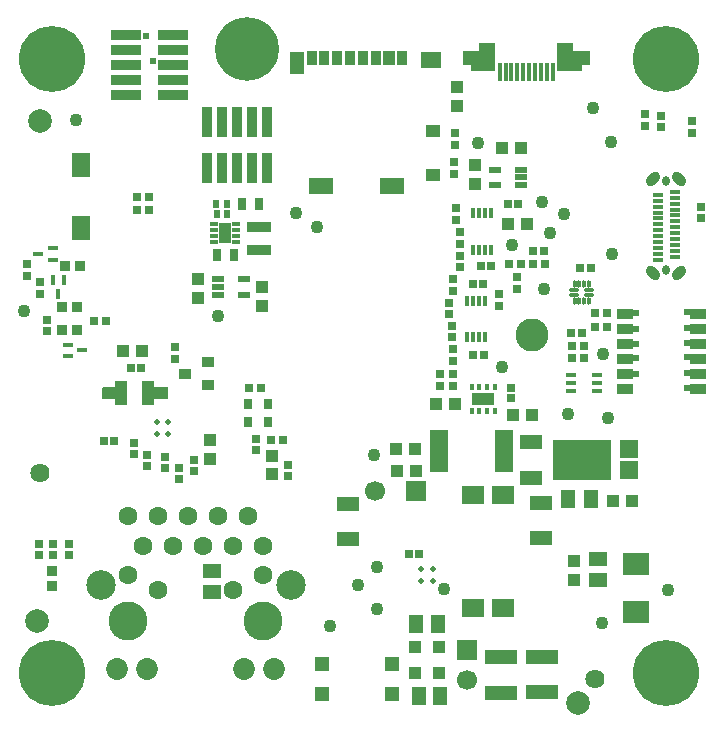
<source format=gbs>
G04*
G04 #@! TF.GenerationSoftware,Altium Limited,Altium Designer,21.2.2 (38)*
G04*
G04 Layer_Color=16711935*
%FSLAX44Y44*%
%MOMM*%
G71*
G04*
G04 #@! TF.SameCoordinates,305E72B2-D9CB-4A17-871F-B91479A04AED*
G04*
G04*
G04 #@! TF.FilePolarity,Negative*
G04*
G01*
G75*
%ADD50R,0.9516X0.4516*%
%ADD51R,0.7516X0.6516*%
%ADD52R,0.7216X0.7216*%
%ADD53C,2.0000*%
%ADD54R,1.0016X1.1016*%
%ADD55R,0.7216X0.7216*%
%ADD57R,0.5516X0.6516*%
%ADD58R,0.4000X0.9000*%
%ADD61R,1.3016X1.3016*%
%ADD62R,1.1016X1.0016*%
%ADD70R,0.6516X0.7516*%
G04:AMPARAMS|DCode=84|XSize=1.4016mm|YSize=0.9016mm|CornerRadius=0mm|HoleSize=0mm|Usage=FLASHONLY|Rotation=45.000|XOffset=0mm|YOffset=0mm|HoleType=Round|Shape=Round|*
%AMOVALD84*
21,1,0.5000,0.9016,0.0000,0.0000,45.0*
1,1,0.9016,-0.1768,-0.1768*
1,1,0.9016,0.1768,0.1768*
%
%ADD84OVALD84*%

%ADD85O,0.6516X0.8516*%
G04:AMPARAMS|DCode=86|XSize=1.4016mm|YSize=0.9016mm|CornerRadius=0mm|HoleSize=0mm|Usage=FLASHONLY|Rotation=135.000|XOffset=0mm|YOffset=0mm|HoleType=Round|Shape=Round|*
%AMOVALD86*
21,1,0.5000,0.9016,0.0000,0.0000,135.0*
1,1,0.9016,0.1768,-0.1768*
1,1,0.9016,-0.1768,0.1768*
%
%ADD86OVALD86*%

%ADD87C,1.7000*%
%ADD88R,1.7000X1.7000*%
%ADD89R,1.7000X1.7000*%
%ADD90C,3.3016*%
%ADD91C,2.5016*%
%ADD92C,1.8516*%
%ADD93C,1.6016*%
%ADD94C,0.6016*%
%ADD95C,1.6256*%
%ADD96C,5.4000*%
%ADD97C,5.6016*%
%ADD98C,0.6096*%
%ADD99C,0.5080*%
%ADD186R,2.1016X0.9016*%
%ADD187R,1.0400X1.7400*%
%ADD188R,0.6400X0.4200*%
%ADD189R,0.8516X0.4016*%
%ADD190R,1.0000X0.5000*%
%ADD191R,1.1016X2.1016*%
%ADD192R,1.0816X1.0216*%
%ADD193R,0.7516X0.9516*%
%ADD194R,0.8016X1.0016*%
%ADD195R,1.2516X1.5516*%
%ADD196R,1.1016X1.1016*%
%ADD197R,1.9016X1.2516*%
%ADD198R,2.8016X1.2516*%
%ADD199C,1.1016*%
G04:AMPARAMS|DCode=200|XSize=0.3mm|YSize=0.8mm|CornerRadius=0.1mm|HoleSize=0mm|Usage=FLASHONLY|Rotation=90.000|XOffset=0mm|YOffset=0mm|HoleType=Round|Shape=RoundedRectangle|*
%AMROUNDEDRECTD200*
21,1,0.3000,0.6000,0,0,90.0*
21,1,0.1000,0.8000,0,0,90.0*
1,1,0.2000,0.3000,0.0500*
1,1,0.2000,0.3000,-0.0500*
1,1,0.2000,-0.3000,-0.0500*
1,1,0.2000,-0.3000,0.0500*
%
%ADD200ROUNDEDRECTD200*%
G04:AMPARAMS|DCode=201|XSize=0.3mm|YSize=0.6mm|CornerRadius=0.1mm|HoleSize=0mm|Usage=FLASHONLY|Rotation=0.000|XOffset=0mm|YOffset=0mm|HoleType=Round|Shape=RoundedRectangle|*
%AMROUNDEDRECTD201*
21,1,0.3000,0.4000,0,0,0.0*
21,1,0.1000,0.6000,0,0,0.0*
1,1,0.2000,0.0500,-0.2000*
1,1,0.2000,-0.0500,-0.2000*
1,1,0.2000,-0.0500,0.2000*
1,1,0.2000,0.0500,0.2000*
%
%ADD201ROUNDEDRECTD201*%
%ADD202R,1.0016X0.9016*%
%ADD203R,0.9016X0.9016*%
%ADD204R,0.9016X0.9016*%
%ADD205R,1.5016X3.6616*%
%ADD206R,1.8816X1.6216*%
%ADD207R,1.6016X2.1016*%
%ADD208R,2.5016X0.8616*%
%ADD209R,0.8616X2.5016*%
%ADD210R,1.3516X0.8616*%
%ADD211R,1.1516X1.5016*%
%ADD212R,1.5016X1.4916*%
%ADD213R,4.9616X3.4616*%
%ADD214R,1.5516X1.2516*%
G04:AMPARAMS|DCode=215|XSize=0.5mm|YSize=0.4mm|CornerRadius=0mm|HoleSize=0mm|Usage=FLASHONLY|Rotation=90.000|XOffset=0mm|YOffset=0mm|HoleType=Round|Shape=RoundedRectangle|*
%AMROUNDEDRECTD215*
21,1,0.5000,0.4000,0,0,90.0*
21,1,0.5000,0.4000,0,0,90.0*
1,1,0.0000,0.2000,0.2500*
1,1,0.0000,0.2000,-0.2500*
1,1,0.0000,-0.2000,-0.2500*
1,1,0.0000,-0.2000,0.2500*
%
%ADD215ROUNDEDRECTD215*%
G04:AMPARAMS|DCode=216|XSize=1.1mm|YSize=1.9mm|CornerRadius=0.01mm|HoleSize=0mm|Usage=FLASHONLY|Rotation=90.000|XOffset=0mm|YOffset=0mm|HoleType=Round|Shape=RoundedRectangle|*
%AMROUNDEDRECTD216*
21,1,1.1000,1.8800,0,0,90.0*
21,1,1.0800,1.9000,0,0,90.0*
1,1,0.0200,0.9400,0.5400*
1,1,0.0200,0.9400,-0.5400*
1,1,0.0200,-0.9400,-0.5400*
1,1,0.0200,-0.9400,0.5400*
%
%ADD216ROUNDEDRECTD216*%
%ADD217R,0.8116X0.4016*%
%ADD218R,0.4016X0.8116*%
%ADD219R,0.4066X1.5066*%
%ADD220R,1.6516X1.4516*%
%ADD221R,1.2716X1.9016*%
%ADD222R,2.0016X1.4516*%
%ADD223R,1.3016X1.1016*%
%ADD224R,0.9516X1.2016*%
%ADD225R,0.9766X1.2016*%
%ADD226R,0.8516X1.2016*%
%ADD227R,2.2606X1.8796*%
%ADD228R,1.3516X2.4016*%
%ADD229R,2.7516X1.2016*%
%ADD230R,2.0516X1.7016*%
%ADD231C,2.8000*%
G36*
X98892Y282171D02*
X98988Y282143D01*
X99076Y282095D01*
X99153Y282032D01*
X99216Y281954D01*
X99264Y281866D01*
X99293Y281770D01*
X99303Y281671D01*
Y272671D01*
X99293Y272571D01*
X99264Y272476D01*
X99216Y272387D01*
X99153Y272310D01*
X99076Y272246D01*
X98988Y272199D01*
X98892Y272170D01*
X98792Y272160D01*
X83292D01*
X83193Y272170D01*
X83097Y272199D01*
X83008Y272246D01*
X82931Y272310D01*
X82868Y272387D01*
X82821Y272476D01*
X82792Y272571D01*
X82782Y272671D01*
Y281671D01*
X82792Y281770D01*
X82821Y281866D01*
X82868Y281954D01*
X82931Y282032D01*
X83008Y282095D01*
X83097Y282143D01*
X83193Y282171D01*
X83292Y282181D01*
X98792D01*
X98892Y282171D01*
D02*
G37*
G36*
X137892D02*
X137987Y282143D01*
X138076Y282095D01*
X138153Y282032D01*
X138216Y281954D01*
X138264Y281866D01*
X138293Y281770D01*
X138303Y281671D01*
Y272671D01*
X138293Y272571D01*
X138264Y272476D01*
X138216Y272387D01*
X138153Y272310D01*
X138076Y272246D01*
X137987Y272199D01*
X137892Y272170D01*
X137792Y272160D01*
X121792D01*
X121692Y272170D01*
X121597Y272199D01*
X121509Y272246D01*
X121431Y272310D01*
X121368Y272387D01*
X121320Y272476D01*
X121292Y272571D01*
X121282Y272671D01*
Y281671D01*
X121292Y281770D01*
X121320Y281866D01*
X121368Y281954D01*
X121431Y282032D01*
X121509Y282095D01*
X121597Y282143D01*
X121692Y282171D01*
X121792Y282181D01*
X137792D01*
X137892Y282171D01*
D02*
G37*
D50*
X479500Y292250D02*
D03*
Y285750D02*
D03*
Y279250D02*
D03*
X501500D02*
D03*
Y285750D02*
D03*
Y292250D02*
D03*
D51*
X418826Y360873D02*
D03*
Y350873D02*
D03*
X379406Y314585D02*
D03*
Y304585D02*
D03*
X376337Y354001D02*
D03*
Y344001D02*
D03*
X379124Y324410D02*
D03*
Y334410D02*
D03*
X379890Y363709D02*
D03*
Y373709D02*
D03*
X385538Y403963D02*
D03*
Y413963D02*
D03*
X381992Y423759D02*
D03*
Y433759D02*
D03*
X385349Y383742D02*
D03*
Y393742D02*
D03*
X582000Y507698D02*
D03*
Y497698D02*
D03*
X380987Y487667D02*
D03*
Y497667D02*
D03*
X433636Y365783D02*
D03*
Y375783D02*
D03*
X541890Y503415D02*
D03*
Y513415D02*
D03*
X480185Y317097D02*
D03*
Y307097D02*
D03*
X490899Y317087D02*
D03*
Y307087D02*
D03*
X380500Y462750D02*
D03*
Y472750D02*
D03*
X54918Y149984D02*
D03*
Y139984D02*
D03*
X40985Y149984D02*
D03*
Y139984D02*
D03*
X29000Y149984D02*
D03*
Y139984D02*
D03*
X18642Y376451D02*
D03*
Y386451D02*
D03*
X36205Y339632D02*
D03*
Y329632D02*
D03*
X29727Y371149D02*
D03*
Y361149D02*
D03*
X379890Y283377D02*
D03*
Y293377D02*
D03*
X368803Y283377D02*
D03*
Y293377D02*
D03*
X144540Y306156D02*
D03*
Y316156D02*
D03*
D52*
X240119Y216028D02*
D03*
Y207028D02*
D03*
X212619Y229528D02*
D03*
Y238528D02*
D03*
X555904Y511915D02*
D03*
Y502915D02*
D03*
X147500Y205000D02*
D03*
Y214000D02*
D03*
X120500Y216000D02*
D03*
Y225000D02*
D03*
X135750Y214250D02*
D03*
Y223250D02*
D03*
X160250Y211500D02*
D03*
Y220500D02*
D03*
X109250Y225750D02*
D03*
Y234750D02*
D03*
X589749Y434969D02*
D03*
Y425969D02*
D03*
X428840Y273029D02*
D03*
Y282029D02*
D03*
D53*
X485269Y15149D02*
D03*
X27250Y84750D02*
D03*
X30250Y508000D02*
D03*
D54*
X116250Y313250D02*
D03*
X100250D02*
D03*
X442251Y420582D02*
D03*
X426251D02*
D03*
X437500Y484500D02*
D03*
X421500D02*
D03*
X381330Y267919D02*
D03*
X365330D02*
D03*
X530893Y186200D02*
D03*
X514893D02*
D03*
X331725Y230398D02*
D03*
X347725D02*
D03*
X430499Y258536D02*
D03*
X446499D02*
D03*
X348275Y211528D02*
D03*
X332275D02*
D03*
D55*
X479879Y328499D02*
D03*
X488879D02*
D03*
X115722Y298642D02*
D03*
X106721D02*
D03*
X351179Y140716D02*
D03*
X342178D02*
D03*
X396275Y369772D02*
D03*
X405275D02*
D03*
X405999Y309585D02*
D03*
X396999D02*
D03*
X425908Y437242D02*
D03*
X434908D02*
D03*
X412121Y385249D02*
D03*
X403121D02*
D03*
X84000Y236750D02*
D03*
X93000D02*
D03*
X487370Y383614D02*
D03*
X496370D02*
D03*
D57*
X188299Y437818D02*
D03*
X179299D02*
D03*
X179509Y429250D02*
D03*
X188509D02*
D03*
D58*
X406499Y324660D02*
D03*
X401499D02*
D03*
X396499D02*
D03*
X391499D02*
D03*
X406499Y355660D02*
D03*
X401499D02*
D03*
X396499D02*
D03*
X391499D02*
D03*
X412000Y398779D02*
D03*
X407000D02*
D03*
X402000D02*
D03*
X397000D02*
D03*
X412000Y429780D02*
D03*
X407000D02*
D03*
X402000D02*
D03*
X397000D02*
D03*
D61*
X268750Y47750D02*
D03*
Y22750D02*
D03*
X327750Y47750D02*
D03*
Y22750D02*
D03*
D62*
X217987Y366770D02*
D03*
Y350770D02*
D03*
X164198Y357738D02*
D03*
Y373738D02*
D03*
X174250Y237750D02*
D03*
Y221750D02*
D03*
X382892Y520798D02*
D03*
Y536798D02*
D03*
X482250Y135250D02*
D03*
Y119250D02*
D03*
X398500Y470500D02*
D03*
Y454500D02*
D03*
D70*
X122000Y443750D02*
D03*
X112000D02*
D03*
X112000Y432500D02*
D03*
X122000D02*
D03*
X225620Y237278D02*
D03*
X235620D02*
D03*
X207061Y281250D02*
D03*
X217061D02*
D03*
X499688Y333440D02*
D03*
X509688D02*
D03*
X447393Y387011D02*
D03*
X457393D02*
D03*
X427225Y386558D02*
D03*
X437225D02*
D03*
X499688Y344768D02*
D03*
X509688D02*
D03*
X457090Y397490D02*
D03*
X447090D02*
D03*
X85493Y337973D02*
D03*
X75493D02*
D03*
D84*
X571450Y378998D02*
D03*
X549452Y458897D02*
D03*
D85*
X560450Y381198D02*
D03*
X560452Y456697D02*
D03*
D86*
X549450Y378998D02*
D03*
X571452Y458897D02*
D03*
D87*
X313533Y194334D02*
D03*
X391250Y34750D02*
D03*
D88*
X348533Y194334D02*
D03*
D89*
X391250Y59750D02*
D03*
D90*
X104750Y84600D02*
D03*
X219050D02*
D03*
D91*
X81255Y115100D02*
D03*
X242545D02*
D03*
D92*
X95600Y44000D02*
D03*
X121000D02*
D03*
X202800D02*
D03*
X228200D02*
D03*
D93*
X104750Y122900D02*
D03*
X130150Y110200D02*
D03*
X193650D02*
D03*
X219050Y122900D02*
D03*
X104750Y173500D02*
D03*
X130150D02*
D03*
X155550D02*
D03*
X180950D02*
D03*
X206350D02*
D03*
X219050Y148100D02*
D03*
X193650D02*
D03*
X168250D02*
D03*
X142850D02*
D03*
X117450D02*
D03*
D94*
X578123Y345568D02*
D03*
Y332568D02*
D03*
Y319568D02*
D03*
Y307568D02*
D03*
Y294568D02*
D03*
Y281568D02*
D03*
X534856Y293421D02*
D03*
X534885Y306959D02*
D03*
X534739Y319038D02*
D03*
X534716Y331951D02*
D03*
X534543Y344939D02*
D03*
D95*
X30000Y210000D02*
D03*
X500000Y35000D02*
D03*
D96*
X205000Y568250D02*
D03*
D97*
X560000Y40000D02*
D03*
X560000Y560000D02*
D03*
X40000Y40000D02*
D03*
X40000Y560000D02*
D03*
D98*
X125750Y558500D02*
D03*
X119750Y579750D02*
D03*
D99*
X186509Y417750D02*
D03*
Y407750D02*
D03*
X138764Y253035D02*
D03*
Y243035D02*
D03*
X128764Y253035D02*
D03*
Y243035D02*
D03*
X352500Y118250D02*
D03*
X352500Y128250D02*
D03*
X362500Y128250D02*
D03*
X362500Y118250D02*
D03*
D186*
X215250Y398250D02*
D03*
Y418250D02*
D03*
D187*
X186509Y412750D02*
D03*
D188*
X177009Y405250D02*
D03*
Y410250D02*
D03*
Y415250D02*
D03*
Y420250D02*
D03*
X196009Y405250D02*
D03*
Y410250D02*
D03*
Y415250D02*
D03*
Y420250D02*
D03*
D189*
X568000Y392698D02*
D03*
Y402698D02*
D03*
Y407698D02*
D03*
Y412698D02*
D03*
Y422698D02*
D03*
Y427698D02*
D03*
Y432698D02*
D03*
Y442698D02*
D03*
Y447698D02*
D03*
Y397698D02*
D03*
Y417698D02*
D03*
Y437698D02*
D03*
X552900Y390198D02*
D03*
Y400198D02*
D03*
Y405198D02*
D03*
Y410198D02*
D03*
Y420198D02*
D03*
Y425198D02*
D03*
Y430198D02*
D03*
Y440198D02*
D03*
Y445198D02*
D03*
Y395198D02*
D03*
Y415198D02*
D03*
Y435198D02*
D03*
D190*
X180418Y367067D02*
D03*
Y360566D02*
D03*
X202418D02*
D03*
X180418Y373567D02*
D03*
X202418D02*
D03*
X437500Y460000D02*
D03*
Y466500D02*
D03*
X415500D02*
D03*
X437500Y453500D02*
D03*
X415500D02*
D03*
D191*
X121792Y277171D02*
D03*
X98792D02*
D03*
D192*
X226369Y224428D02*
D03*
Y208628D02*
D03*
D193*
X206369Y268028D02*
D03*
X222869Y252528D02*
D03*
X206369D02*
D03*
X222869Y268028D02*
D03*
D194*
X201259Y437750D02*
D03*
X215259D02*
D03*
X180215Y393827D02*
D03*
X194215D02*
D03*
D195*
X351058Y20665D02*
D03*
X369058D02*
D03*
X348750Y82250D02*
D03*
X366750D02*
D03*
D196*
X368250Y62750D02*
D03*
Y40750D02*
D03*
X347858Y62639D02*
D03*
Y40639D02*
D03*
X404675Y559115D02*
D03*
X478825Y559195D02*
D03*
D197*
X454500Y154250D02*
D03*
Y184250D02*
D03*
X290592Y153718D02*
D03*
Y183718D02*
D03*
X445972Y205504D02*
D03*
Y235504D02*
D03*
D198*
X455000Y23900D02*
D03*
Y53900D02*
D03*
X420500Y23500D02*
D03*
Y53500D02*
D03*
D199*
X514271Y395272D02*
D03*
X477362Y259383D02*
D03*
X16250Y347000D02*
D03*
X510547Y255872D02*
D03*
X506278Y310416D02*
D03*
X457131Y365509D02*
D03*
X454806Y439017D02*
D03*
X498000Y518750D02*
D03*
X429772Y402384D02*
D03*
X473500Y429143D02*
D03*
X461547Y412497D02*
D03*
X513073Y489510D02*
D03*
X400750Y489500D02*
D03*
X60250Y508500D02*
D03*
X315265Y130224D02*
D03*
X299264Y115250D02*
D03*
X372136Y111041D02*
D03*
X313000Y225250D02*
D03*
X506210Y82810D02*
D03*
X275496Y79750D02*
D03*
X561750Y110250D02*
D03*
X315591Y94750D02*
D03*
X264414Y417830D02*
D03*
X247142Y430022D02*
D03*
X180702Y342973D02*
D03*
X421407Y299072D02*
D03*
D200*
X495213Y364586D02*
D03*
Y360586D02*
D03*
X482213D02*
D03*
Y364586D02*
D03*
D201*
X494713Y355086D02*
D03*
X490713D02*
D03*
X486713D02*
D03*
X482713D02*
D03*
Y370086D02*
D03*
X486713D02*
D03*
X490713D02*
D03*
X494713D02*
D03*
D202*
X152500Y293750D02*
D03*
X172500Y303250D02*
D03*
Y284250D02*
D03*
D203*
X48877Y350374D02*
D03*
X61377D02*
D03*
X61415Y330974D02*
D03*
X48915D02*
D03*
X51250Y385000D02*
D03*
X63750D02*
D03*
D204*
X40486Y114321D02*
D03*
Y126821D02*
D03*
D205*
X368200Y228250D02*
D03*
X422800D02*
D03*
D206*
X421700Y95650D02*
D03*
X396300D02*
D03*
X421700Y190850D02*
D03*
X396300D02*
D03*
D207*
X64764Y416750D02*
D03*
Y470750D02*
D03*
D208*
X103250Y529350D02*
D03*
Y542050D02*
D03*
Y554750D02*
D03*
Y567450D02*
D03*
Y580150D02*
D03*
X142250Y529350D02*
D03*
Y542050D02*
D03*
Y554750D02*
D03*
Y567450D02*
D03*
Y580150D02*
D03*
D209*
X171150Y507250D02*
D03*
X183850D02*
D03*
X196550D02*
D03*
X209250D02*
D03*
X221950D02*
D03*
X171150Y468250D02*
D03*
X183850D02*
D03*
X196550D02*
D03*
X209250D02*
D03*
X221950D02*
D03*
D210*
X587018Y344418D02*
D03*
Y331718D02*
D03*
Y319018D02*
D03*
Y306318D02*
D03*
Y293618D02*
D03*
Y280918D02*
D03*
X525518Y344418D02*
D03*
Y331718D02*
D03*
Y319018D02*
D03*
Y306318D02*
D03*
Y293618D02*
D03*
Y280918D02*
D03*
D211*
X496206Y187600D02*
D03*
X477206D02*
D03*
D212*
X528648Y230204D02*
D03*
Y211803D02*
D03*
D213*
X488828Y221003D02*
D03*
D214*
X175250Y126774D02*
D03*
Y108774D02*
D03*
X502500Y119250D02*
D03*
Y137250D02*
D03*
D215*
X414890Y282807D02*
D03*
X408390D02*
D03*
X401890D02*
D03*
X395390D02*
D03*
Y261807D02*
D03*
X401890D02*
D03*
X408390D02*
D03*
X414890D02*
D03*
D216*
X405140Y272307D02*
D03*
D217*
X40850Y399820D02*
D03*
Y389821D02*
D03*
X28650Y394820D02*
D03*
X53365Y308409D02*
D03*
Y318409D02*
D03*
X65565Y313409D02*
D03*
D218*
X40610Y373503D02*
D03*
X50610D02*
D03*
X45610Y361303D02*
D03*
D219*
X419165Y549305D02*
D03*
D03*
X424165D02*
D03*
X429165D02*
D03*
X434165D02*
D03*
X439165D02*
D03*
X444165D02*
D03*
X449165D02*
D03*
X454165D02*
D03*
X459165D02*
D03*
X464165D02*
D03*
D220*
X361225Y559375D02*
D03*
D221*
X248025Y557125D02*
D03*
D222*
X327975Y452375D02*
D03*
X268275D02*
D03*
D223*
X362975Y462125D02*
D03*
Y499125D02*
D03*
D224*
X336625Y560625D02*
D03*
X314625D02*
D03*
X303625D02*
D03*
X292625D02*
D03*
X281625D02*
D03*
X270625D02*
D03*
D225*
X325625D02*
D03*
D226*
X260125D02*
D03*
D227*
X534250Y92180D02*
D03*
Y132820D02*
D03*
D228*
X408416Y561806D02*
D03*
X474917Y561806D02*
D03*
D229*
X401415Y560805D02*
D03*
X481915Y560805D02*
D03*
D230*
X404915Y558305D02*
D03*
X478415Y558305D02*
D03*
D231*
X447000Y326250D02*
D03*
M02*

</source>
